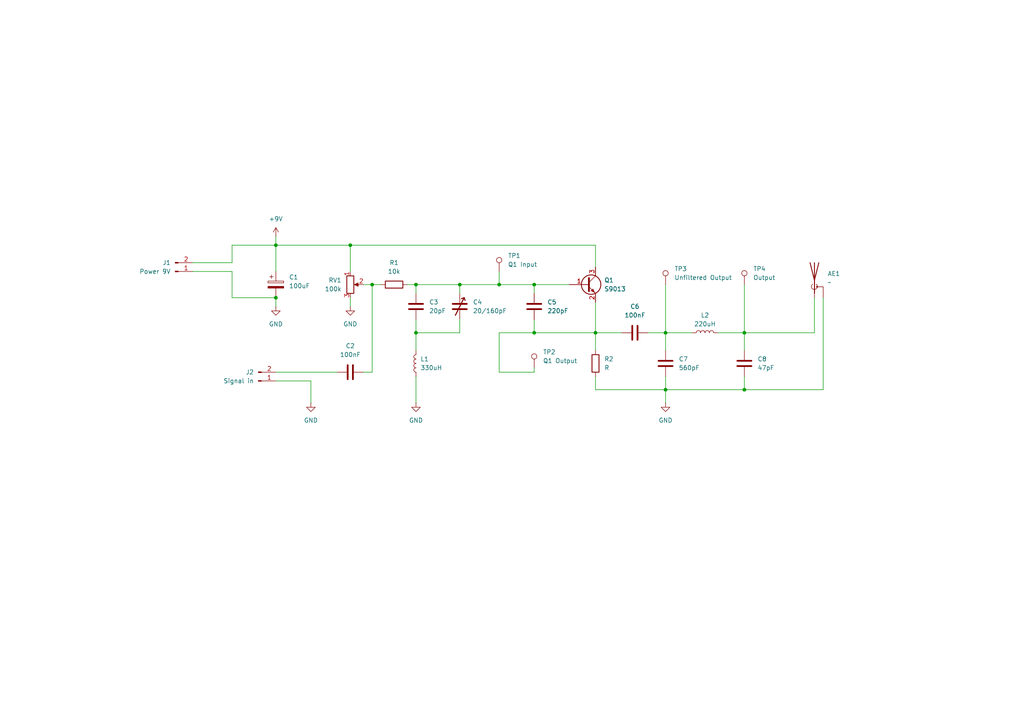
<source format=kicad_sch>
(kicad_sch (version 20231120) (generator "eeschema") (generator_version "8.0")
  (paper "A4")
  (title_block (date "2021-02-16"))
  (lib_symbols
    (symbol "Connector:Conn_01x02_Pin" (pin_names (offset 1.016) hide)
      (property "Reference" "J" (at 0 2.54 0))
      (property "Value" "Conn_01x02_Pin" (at 0 -5.08 0))
      (symbol "Conn_01x02_Pin_1_1"
        (polyline (pts (xy 1.27 -2.54) (xy 0.8636 -2.54)) (stroke (width 0.1524)))
        (polyline (pts (xy 1.27 0) (xy 0.8636 0)) (stroke (width 0.1524)))
        (rectangle (start 0.8636 -2.413) (end 0 -2.667) (stroke (width 0.1524)) (fill (type outline)))
        (rectangle (start 0.8636 0.127) (end 0 -0.127) (stroke (width 0.1524)) (fill (type outline)))
        (pin passive line (at 5.08 0 180) (length 3.81) (name "Pin_1") (number "1"))
        (pin passive line (at 5.08 -2.54 180) (length 3.81) (name "Pin_2") (number "2"))
      )
    )
    (symbol "Connector:TestPoint" (pin_numbers hide) (pin_names (offset 0.762) hide)
      (property "Reference" "TP" (at 0 6.858 0))
      (property "Value" "TestPoint" (at 0 5.08 0))
      (symbol "TestPoint_0_1"
        (circle (center 0 3.302) (radius 0.762))
      )
      (symbol "TestPoint_1_1"
        (pin passive line (at 0 0 90) (length 2.54) (name "1") (number "1"))
      )
    )
    (symbol "Device:Antenna_Shield" (pin_numbers hide) (pin_names (offset 1.016) hide)
      (property "Reference" "AE" (at -1.905 4.445 0))
      (property "Value" "Antenna_Shield" (at -1.905 2.54 0))
      (symbol "Antenna_Shield_0_1"
        (arc (start -0.508 -1.143) (mid -0.8429 -2.1194) (end 0 -2.667))
        (arc (start 0 -2.667) (mid 0.7989 -2.1052) (end 0.508 -1.143))
        (polyline (pts (xy 0 -2.54) (xy 0 0)))
        (polyline (pts (xy 0 5.08) (xy 0 -3.81)) (stroke (width 0.254)))
        (polyline (pts (xy 0.762 -1.905) (xy 2.54 -1.905)))
        (polyline (pts (xy 2.54 -2.54) (xy 2.54 -1.905)))
        (polyline (pts (xy 1.27 5.08) (xy 0 0) (xy -1.27 5.08)) (stroke (width 0.254)))
        (circle (center 0.762 -1.905) (radius 0.1778) (fill (type outline)))
      )
      (symbol "Antenna_Shield_1_1"
        (pin input line (at 0 -5.08 90) (length 2.54) (name "A") (number "1"))
        (pin input line (at 2.54 -5.08 90) (length 2.54) (name "Shield") (number "2"))
      )
    )
    (symbol "Device:C" (pin_numbers hide) (pin_names (offset 0.254))
      (property "Reference" "C" (at 0.635 2.54 0))
      (property "Value" "C" (at 0.635 -2.54 0))
      (symbol "C_0_1"
        (polyline (pts (xy -2.032 -0.762) (xy 2.032 -0.762)) (stroke (width 0.508)))
        (polyline (pts (xy -2.032 0.762) (xy 2.032 0.762)) (stroke (width 0.508)))
      )
      (symbol "C_1_1"
        (pin passive line (at 0 3.81 270) (length 2.794) (name "~") (number "1"))
        (pin passive line (at 0 -3.81 90) (length 2.794) (name "~") (number "2"))
      )
    )
    (symbol "Device:C_Polarized" (pin_numbers hide) (pin_names (offset 0.254))
      (property "Reference" "C" (at 0.635 2.54 0))
      (property "Value" "C_Polarized" (at 0.635 -2.54 0))
      (symbol "C_Polarized_0_1"
        (rectangle (start -2.286 0.508) (end 2.286 1.016))
        (polyline (pts (xy -1.778 2.286) (xy -0.762 2.286)))
        (polyline (pts (xy -1.27 2.794) (xy -1.27 1.778)))
        (rectangle (start 2.286 -0.508) (end -2.286 -1.016) (fill (type outline)))
      )
      (symbol "C_Polarized_1_1"
        (pin passive line (at 0 3.81 270) (length 2.794) (name "~") (number "1"))
        (pin passive line (at 0 -3.81 90) (length 2.794) (name "~") (number "2"))
      )
    )
    (symbol "Device:C_Variable" (pin_numbers hide) (pin_names (offset 0.254) hide)
      (property "Reference" "C" (at 0.635 -1.905 0))
      (property "Value" "C_Variable" (at 0.635 -3.81 0))
      (symbol "C_Variable_0_1"
        (polyline (pts (xy -2.032 -0.762) (xy 2.032 -0.762)) (stroke (width 0.508)))
        (polyline (pts (xy -2.032 0.762) (xy 2.032 0.762)) (stroke (width 0.508)))
        (polyline (pts (xy 1.27 2.54) (xy -1.27 -2.54)) (stroke (width 0.3048)))
        (polyline (pts (xy 1.27 2.54) (xy 0.508 2.286)) (stroke (width 0.3048)))
        (polyline (pts (xy 1.27 2.54) (xy 1.524 1.778)) (stroke (width 0.3048)))
      )
      (symbol "C_Variable_1_1"
        (pin passive line (at 0 3.81 270) (length 3.048) (name "~") (number "1"))
        (pin passive line (at 0 -3.81 90) (length 3.048) (name "~") (number "2"))
      )
    )
    (symbol "Device:L" (pin_numbers hide) (pin_names (offset 1.016) hide)
      (property "Reference" "L" (at -1.27 0 90))
      (property "Value" "L" (at 1.905 0 90))
      (symbol "L_0_1"
        (arc (start 0 -2.54) (mid 0.6323 -1.905) (end 0 -1.27))
        (arc (start 0 -1.27) (mid 0.6323 -0.635) (end 0 0))
        (arc (start 0 0) (mid 0.6323 0.635) (end 0 1.27))
        (arc (start 0 1.27) (mid 0.6323 1.905) (end 0 2.54))
      )
      (symbol "L_1_1"
        (pin passive line (at 0 3.81 270) (length 1.27) (name "1") (number "1"))
        (pin passive line (at 0 -3.81 90) (length 1.27) (name "2") (number "2"))
      )
    )
    (symbol "Device:Q_NPN_BEC" (pin_names (offset 0) hide)
      (property "Reference" "Q" (at 5.08 1.27 0))
      (property "Value" "Q_NPN_BEC" (at 5.08 -1.27 0))
      (symbol "Q_NPN_BEC_0_1"
        (polyline (pts (xy 0.635 0.635) (xy 2.54 2.54)))
        (polyline (pts (xy 0.635 -0.635) (xy 2.54 -2.54) (xy 2.54 -2.54)))
        (polyline (pts (xy 0.635 1.905) (xy 0.635 -1.905) (xy 0.635 -1.905)) (stroke (width 0.508)))
        (polyline (pts (xy 1.27 -1.778) (xy 1.778 -1.27) (xy 2.286 -2.286) (xy 1.27 -1.778) (xy 1.27 -1.778)) (fill (type outline)))
        (circle (center 1.27 0) (radius 2.8194) (stroke (width 0.254)))
      )
      (symbol "Q_NPN_BEC_1_1"
        (pin input line (at -5.08 0 0) (length 5.715) (name "B") (number "1"))
        (pin passive line (at 2.54 -5.08 90) (length 2.54) (name "E") (number "2"))
        (pin passive line (at 2.54 5.08 270) (length 2.54) (name "C") (number "3"))
      )
    )
    (symbol "Device:R" (pin_numbers hide) (pin_names (offset 0))
      (property "Reference" "R" (at 2.032 0 90))
      (property "Value" "R" (at 0 0 90))
      (symbol "R_0_1"
        (rectangle (start -1.016 -2.54) (end 1.016 2.54) (stroke (width 0.254)))
      )
      (symbol "R_1_1"
        (pin passive line (at 0 3.81 270) (length 1.27) (name "~") (number "1"))
        (pin passive line (at 0 -3.81 90) (length 1.27) (name "~") (number "2"))
      )
    )
    (symbol "Device:R_Potentiometer" (pin_names (offset 1.016) hide)
      (property "Reference" "RV" (at -4.445 0 90))
      (property "Value" "R_Potentiometer" (at -2.54 0 90))
      (symbol "R_Potentiometer_0_1"
        (polyline (pts (xy 2.54 0) (xy 1.524 0)))
        (polyline (pts (xy 1.143 0) (xy 2.286 0.508) (xy 2.286 -0.508) (xy 1.143 0)) (fill (type outline)))
        (rectangle (start 1.016 2.54) (end -1.016 -2.54) (stroke (width 0.254)))
      )
      (symbol "R_Potentiometer_1_1"
        (pin passive line (at 0 3.81 270) (length 1.27) (name "1") (number "1"))
        (pin passive line (at 3.81 0 180) (length 1.27) (name "2") (number "2"))
        (pin passive line (at 0 -3.81 90) (length 1.27) (name "3") (number "3"))
      )
    )
    (symbol "power:+9V" (power) (pin_numbers hide) (pin_names (offset 0) hide)
      (property "Value" "+9V" (at 0 3.556 0))
      (symbol "+9V_0_1"
        (polyline (pts (xy -0.762 1.27) (xy 0 2.54)))
        (polyline (pts (xy 0 0) (xy 0 2.54)))
        (polyline (pts (xy 0 2.54) (xy 0.762 1.27)))
      )
      (symbol "+9V_1_1"
        (pin power_in line (at 0 0 90) (length 0) (name "~") (number "1"))
      )
    )
    (symbol "power:GND" (power) (pin_numbers hide) (pin_names (offset 0) hide)
      (property "Value" "GND" (at 0 -3.81 0))
      (symbol "GND_0_1"
        (polyline (pts (xy 0 0) (xy 0 -1.27) (xy 1.27 -1.27) (xy 0 -2.54) (xy -1.27 -1.27) (xy 0 -1.27)))
      )
      (symbol "GND_1_1"
        (pin power_in line (at 0 0 270) (length 0) (name "~") (number "1"))
      )
    )
  )
  (junction (at 107.95 82.55))
  (junction (at 80.01 71.12))
  (junction (at 120.65 96.52))
  (junction (at 215.9 96.52))
  (junction (at 215.9 113.03))
  (junction (at 193.04 113.03))
  (junction (at 144.78 82.55))
  (junction (at 120.65 82.55))
  (junction (at 172.72 96.52))
  (junction (at 154.94 96.52))
  (junction (at 80.01 86.36))
  (junction (at 193.04 96.52))
  (junction (at 133.35 82.55))
  (junction (at 154.94 82.55))
  (junction (at 101.6 71.12))
  (wire (pts (xy 193.04 96.52) (xy 200.66 96.52)))
  (wire (pts (xy 172.72 71.12) (xy 101.6 71.12)))
  (wire (pts (xy 215.9 109.22) (xy 215.9 113.03)))
  (wire (pts (xy 55.88 76.2) (xy 67.31 76.2)))
  (wire (pts (xy 193.04 113.03) (xy 193.04 116.84)))
  (wire (pts (xy 215.9 82.55) (xy 215.9 96.52)))
  (wire (pts (xy 187.96 96.52) (xy 193.04 96.52)))
  (wire (pts (xy 107.95 107.95) (xy 107.95 82.55)))
  (wire (pts (xy 101.6 71.12) (xy 80.01 71.12)))
  (wire (pts (xy 101.6 71.12) (xy 101.6 78.74)))
  (wire (pts (xy 144.78 78.74) (xy 144.78 82.55)))
  (wire (pts (xy 90.17 110.49) (xy 90.17 116.84)))
  (wire (pts (xy 133.35 82.55) (xy 144.78 82.55)))
  (wire (pts (xy 180.34 96.52) (xy 172.72 96.52)))
  (wire (pts (xy 236.22 96.52) (xy 215.9 96.52)))
  (wire (pts (xy 154.94 96.52) (xy 154.94 92.71)))
  (wire (pts (xy 208.28 96.52) (xy 215.9 96.52)))
  (wire (pts (xy 238.76 86.36) (xy 238.76 113.03)))
  (wire (pts (xy 144.78 96.52) (xy 154.94 96.52)))
  (wire (pts (xy 80.01 68.58) (xy 80.01 71.12)))
  (wire (pts (xy 172.72 109.22) (xy 172.72 113.03)))
  (wire (pts (xy 236.22 86.36) (xy 236.22 96.52)))
  (wire (pts (xy 193.04 82.55) (xy 193.04 96.52)))
  (wire (pts (xy 172.72 87.63) (xy 172.72 96.52)))
  (wire (pts (xy 105.41 107.95) (xy 107.95 107.95)))
  (wire (pts (xy 193.04 113.03) (xy 215.9 113.03)))
  (wire (pts (xy 80.01 107.95) (xy 97.79 107.95)))
  (wire (pts (xy 67.31 78.74) (xy 55.88 78.74)))
  (wire (pts (xy 172.72 96.52) (xy 154.94 96.52)))
  (wire (pts (xy 67.31 71.12) (xy 80.01 71.12)))
  (wire (pts (xy 172.72 77.47) (xy 172.72 71.12)))
  (wire (pts (xy 120.65 109.22) (xy 120.65 116.84)))
  (wire (pts (xy 215.9 96.52) (xy 215.9 101.6)))
  (wire (pts (xy 154.94 82.55) (xy 165.1 82.55)))
  (wire (pts (xy 107.95 82.55) (xy 110.49 82.55)))
  (wire (pts (xy 120.65 82.55) (xy 133.35 82.55)))
  (wire (pts (xy 172.72 96.52) (xy 172.72 101.6)))
  (wire (pts (xy 144.78 107.95) (xy 144.78 96.52)))
  (wire (pts (xy 144.78 82.55) (xy 154.94 82.55)))
  (wire (pts (xy 154.94 107.95) (xy 144.78 107.95)))
  (wire (pts (xy 80.01 71.12) (xy 80.01 78.74)))
  (wire (pts (xy 120.65 92.71) (xy 120.65 96.52)))
  (wire (pts (xy 154.94 82.55) (xy 154.94 85.09)))
  (wire (pts (xy 193.04 96.52) (xy 193.04 101.6)))
  (wire (pts (xy 238.76 113.03) (xy 215.9 113.03)))
  (wire (pts (xy 80.01 86.36) (xy 67.31 86.36)))
  (wire (pts (xy 120.65 96.52) (xy 120.65 101.6)))
  (wire (pts (xy 120.65 82.55) (xy 120.65 85.09)))
  (wire (pts (xy 154.94 106.68) (xy 154.94 107.95)))
  (wire (pts (xy 133.35 92.71) (xy 133.35 96.52)))
  (wire (pts (xy 133.35 82.55) (xy 133.35 85.09)))
  (wire (pts (xy 105.41 82.55) (xy 107.95 82.55)))
  (wire (pts (xy 67.31 76.2) (xy 67.31 71.12)))
  (wire (pts (xy 67.31 86.36) (xy 67.31 78.74)))
  (wire (pts (xy 133.35 96.52) (xy 120.65 96.52)))
  (wire (pts (xy 80.01 86.36) (xy 80.01 88.9)))
  (wire (pts (xy 80.01 110.49) (xy 90.17 110.49)))
  (wire (pts (xy 118.11 82.55) (xy 120.65 82.55)))
  (wire (pts (xy 193.04 109.22) (xy 193.04 113.03)))
  (wire (pts (xy 172.72 113.03) (xy 193.04 113.03)))
  (wire (pts (xy 101.6 86.36) (xy 101.6 88.9)))
  (symbol (lib_id "Device:R") (at 172.72 105.41 0) (unit 1)
    (property "Reference" "R2" (at 175.26 104.1399 0) (effects (justify left)))
    (property "Value" "R" (at 175.26 106.6799 0) (effects (justify left)))
    (property "Footprint" "Resistor_SMD:R_1206_3216Metric_Pad1.30x1.75mm_HandSolder" (effects (hide yes)))
    (property "Description" "Resistor" (effects (hide yes)))
  )
  (symbol (lib_id "Connector:Conn_01x02_Pin") (at 74.93 110.49 0) (mirror x) (unit 1)
    (property "Reference" "J2" (at 73.66 107.9499 0) (effects (justify right)))
    (property "Value" "Signal in" (at 73.66 110.4899 0) (effects (justify right)))
    (property "Footprint" "Connector_PinHeader_2.54mm:PinHeader_1x02_P2.54mm_Vertical" (effects (hide yes)))
    (property "Description" "Generic connector, single row, 01x02, script generated" (effects (hide yes)))
  )
  (symbol (lib_id "power:+9V") (at 80.01 68.58 0) (unit 1)
    (property "Reference" "#PWR03" (effects (hide yes)))
    (property "Value" "+9V" (at 80.01 63.5 0))
    (property "Description" "Power symbol creates a global label with name \"+9V\"" (effects (hide yes)))
  )
  (symbol (lib_id "Device:C") (at 120.65 88.9 0) (unit 1)
    (property "Reference" "C3" (at 124.46 87.6299 0) (effects (justify left)))
    (property "Value" "20pF" (at 124.46 90.1699 0) (effects (justify left)))
    (property "Footprint" "Capacitor_SMD:C_0805_2012Metric_Pad1.18x1.45mm_HandSolder" (effects (hide yes)))
    (property "Description" "Unpolarized capacitor" (effects (hide yes)))
  )
  (symbol (lib_id "power:GND") (at 193.04 116.84 0) (unit 1)
    (property "Reference" "#PWR06" (effects (hide yes)))
    (property "Value" "GND" (at 193.04 121.92 0))
    (property "Description" "Power symbol creates a global label with name \"GND\" , ground" (effects (hide yes)))
  )
  (symbol (lib_id "Connector:Conn_01x02_Pin") (at 50.8 78.74 0) (mirror x) (unit 1)
    (property "Reference" "J1" (at 49.53 76.1999 0) (effects (justify right)))
    (property "Value" "Power 9V" (at 49.53 78.7399 0) (effects (justify right)))
    (property "Footprint" "Connector_PinHeader_2.54mm:PinHeader_1x02_P2.54mm_Vertical" (effects (hide yes)))
    (property "Description" "Generic connector, single row, 01x02, script generated" (effects (hide yes)))
  )
  (symbol (lib_id "Device:C") (at 154.94 88.9 0) (unit 1)
    (property "Reference" "C5" (at 158.75 87.6299 0) (effects (justify left)))
    (property "Value" "220pF" (at 158.75 90.1699 0) (effects (justify left)))
    (property "Footprint" "Capacitor_SMD:C_0805_2012Metric_Pad1.18x1.45mm_HandSolder" (effects (hide yes)))
    (property "Description" "Unpolarized capacitor" (effects (hide yes)))
  )
  (symbol (lib_id "Device:C_Variable") (at 133.35 88.9 0) (unit 1)
    (property "Reference" "C4" (at 137.16 87.6299 0) (effects (justify left)))
    (property "Value" "20/160pF" (at 137.16 90.1699 0) (effects (justify left)))
    (property "Footprint" "Connector_PinHeader_2.54mm:PinHeader_1x02_P2.54mm_Vertical" (effects (hide yes)))
    (property "Description" "Variable capacitor" (effects (hide yes)))
  )
  (symbol (lib_id "Device:C") (at 184.15 96.52 90) (unit 1)
    (property "Reference" "C6" (at 184.15 88.9 90))
    (property "Value" "100nF" (at 184.15 91.44 90))
    (property "Footprint" "Capacitor_SMD:C_0805_2012Metric_Pad1.18x1.45mm_HandSolder" (effects (hide yes)))
    (property "Description" "Unpolarized capacitor" (effects (hide yes)))
  )
  (symbol (lib_id "Connector:TestPoint") (at 154.94 106.68 0) (unit 1)
    (property "Reference" "TP2" (at 157.48 102.1079 0) (effects (justify left)))
    (property "Value" "Q1 Output" (at 157.48 104.6479 0) (effects (justify left)))
    (property "Footprint" "TestPoint:TestPoint_Loop_D2.50mm_Drill1.0mm" (effects (hide yes)))
    (property "Description" "test point" (effects (hide yes)))
  )
  (symbol (lib_id "power:GND") (at 80.01 88.9 0) (unit 1)
    (property "Reference" "#PWR01" (effects (hide yes)))
    (property "Value" "GND" (at 80.01 93.98 0))
    (property "Description" "Power symbol creates a global label with name \"GND\" , ground" (effects (hide yes)))
  )
  (symbol (lib_id "Device:R_Potentiometer") (at 101.6 82.55 0) (unit 1)
    (property "Reference" "RV1" (at 99.06 81.2799 0) (effects (justify right)))
    (property "Value" "100k" (at 99.06 83.8199 0) (effects (justify right)))
    (property "Footprint" "Potentiometer_THT:Potentiometer_Alps_RK163_Single_Horizontal" (effects (hide yes)))
    (property "Description" "Potentiometer" (effects (hide yes)))
  )
  (symbol (lib_id "Device:C") (at 101.6 107.95 90) (unit 1)
    (property "Reference" "C2" (at 101.6 100.33 90))
    (property "Value" "100nF" (at 101.6 102.87 90))
    (property "Footprint" "Capacitor_SMD:C_0805_2012Metric_Pad1.18x1.45mm_HandSolder" (effects (hide yes)))
    (property "Description" "Unpolarized capacitor" (effects (hide yes)))
  )
  (symbol (lib_id "Device:Q_NPN_BEC") (at 170.18 82.55 0) (unit 1)
    (property "Reference" "Q1" (at 175.26 81.2799 0) (effects (justify left)))
    (property "Value" "S9013" (at 175.26 83.8199 0) (effects (justify left)))
    (property "Footprint" "Package_TO_SOT_SMD:SOT-23_Handsoldering" (effects (hide yes)))
    (property "Description" "NPN transistor, base/emitter/collector" (effects (hide yes)))
  )
  (symbol (lib_id "Device:C_Polarized") (at 80.01 82.55 0) (unit 1)
    (property "Reference" "C1" (at 83.82 80.3909 0) (effects (justify left)))
    (property "Value" "100uF" (at 83.82 82.9309 0) (effects (justify left)))
    (property "Footprint" "Capacitor_THT:CP_Radial_D6.3mm_P2.50mm" (effects (hide yes)))
    (property "Description" "Polarized capacitor" (effects (hide yes)))
  )
  (symbol (lib_id "Connector:TestPoint") (at 193.04 82.55 0) (unit 1)
    (property "Reference" "TP3" (at 195.58 77.9779 0) (effects (justify left)))
    (property "Value" "Unfiltered Output" (at 195.58 80.5179 0) (effects (justify left)))
    (property "Footprint" "TestPoint:TestPoint_Loop_D2.50mm_Drill1.0mm" (effects (hide yes)))
    (property "Description" "test point" (effects (hide yes)))
  )
  (symbol (lib_id "Connector:TestPoint") (at 215.9 82.55 0) (unit 1)
    (property "Reference" "TP4" (at 218.44 77.9779 0) (effects (justify left)))
    (property "Value" "Output" (at 218.44 80.5179 0) (effects (justify left)))
    (property "Footprint" "TestPoint:TestPoint_Loop_D2.50mm_Drill1.0mm" (effects (hide yes)))
    (property "Description" "test point" (effects (hide yes)))
  )
  (symbol (lib_id "Device:C") (at 193.04 105.41 0) (unit 1)
    (property "Reference" "C7" (at 196.85 104.1399 0) (effects (justify left)))
    (property "Value" "560pF" (at 196.85 106.6799 0) (effects (justify left)))
    (property "Footprint" "Capacitor_SMD:C_0805_2012Metric_Pad1.18x1.45mm_HandSolder" (effects (hide yes)))
    (property "Description" "Unpolarized capacitor" (effects (hide yes)))
  )
  (symbol (lib_id "Device:L") (at 204.47 96.52 90) (unit 1)
    (property "Reference" "L2" (at 204.47 91.44 90))
    (property "Value" "220uH" (at 204.47 93.98 90))
    (property "Footprint" "Inductor_THT:L_Axial_L11.0mm_D4.5mm_P15.24mm_Horizontal_Fastron_MECC" (effects (hide yes)))
    (property "Description" "Inductor" (effects (hide yes)))
  )
  (symbol (lib_id "Device:C") (at 215.9 105.41 0) (unit 1)
    (property "Reference" "C8" (at 219.71 104.1399 0) (effects (justify left)))
    (property "Value" "47pF" (at 219.71 106.6799 0) (effects (justify left)))
    (property "Footprint" "Capacitor_SMD:C_0805_2012Metric_Pad1.18x1.45mm_HandSolder" (effects (hide yes)))
    (property "Description" "Unpolarized capacitor" (effects (hide yes)))
  )
  (symbol (lib_id "Device:R") (at 114.3 82.55 90) (unit 1)
    (property "Reference" "R1" (at 114.3 76.2 90))
    (property "Value" "10k" (at 114.3 78.74 90))
    (property "Footprint" "Resistor_SMD:R_1206_3216Metric_Pad1.30x1.75mm_HandSolder" (effects (hide yes)))
    (property "Description" "Resistor" (effects (hide yes)))
  )
  (symbol (lib_id "Device:L") (at 120.65 105.41 180) (unit 1)
    (property "Reference" "L1" (at 121.92 104.1399 0) (effects (justify right)))
    (property "Value" "330uH" (at 121.92 106.6799 0) (effects (justify right)))
    (property "Footprint" "Inductor_THT:L_Axial_L11.0mm_D4.5mm_P15.24mm_Horizontal_Fastron_MECC" (effects (hide yes)))
    (property "Description" "Inductor" (effects (hide yes)))
  )
  (symbol (lib_id "power:GND") (at 120.65 116.84 0) (unit 1)
    (property "Reference" "#PWR05" (effects (hide yes)))
    (property "Value" "GND" (at 120.65 121.92 0))
    (property "Description" "Power symbol creates a global label with name \"GND\" , ground" (effects (hide yes)))
  )
  (symbol (lib_id "power:GND") (at 101.6 88.9 0) (unit 1)
    (property "Reference" "#PWR02" (effects (hide yes)))
    (property "Value" "GND" (at 101.6 93.98 0))
    (property "Description" "Power symbol creates a global label with name \"GND\" , ground" (effects (hide yes)))
  )
  (symbol (lib_id "power:GND") (at 90.17 116.84 0) (unit 1)
    (property "Reference" "#PWR04" (effects (hide yes)))
    (property "Value" "GND" (at 90.17 121.92 0))
    (property "Description" "Power symbol creates a global label with name \"GND\" , ground" (effects (hide yes)))
  )
  (symbol (lib_id "Device:Antenna_Shield") (at 236.22 81.28 0) (unit 1)
    (property "Reference" "AE1" (at 240.03 79.3749 0) (effects (justify left)))
    (property "Value" "~" (at 240.03 81.9149 0) (effects (justify left)))
    (property "Footprint" "gos:COAX4GND_132203RP_AMP" (effects (hide yes)))
    (property "Description" "Antenna with extra pin for shielding" (effects (hide yes)))
  )
  (symbol (lib_id "Connector:TestPoint") (at 144.78 78.74 0) (unit 1)
    (property "Reference" "TP1" (at 147.32 74.1679 0) (effects (justify left)))
    (property "Value" "Q1 Input" (at 147.32 76.7079 0) (effects (justify left)))
    (property "Footprint" "TestPoint:TestPoint_Loop_D2.50mm_Drill1.0mm" (effects (hide yes)))
    (property "Description" "test point" (effects (hide yes)))
  )
)
</source>
